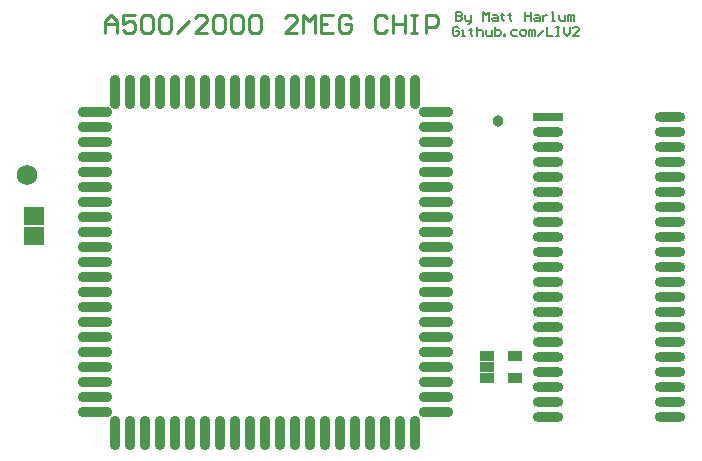
<source format=gts>
G04 Layer_Color=20142*
%FSLAX24Y24*%
%MOIN*%
G70*
G01*
G75*
%ADD18C,0.0100*%
%ADD32C,0.0060*%
%ADD33R,0.0651X0.0612*%
%ADD34O,0.0356X0.1143*%
%ADD35O,0.1143X0.0356*%
%ADD36O,0.1025X0.0316*%
%ADD37R,0.1025X0.0316*%
%ADD38R,0.0513X0.0336*%
%ADD39C,0.0680*%
%ADD40C,0.0380*%
D18*
X27500Y42400D02*
Y42800D01*
X27700Y43000D01*
X27900Y42800D01*
Y42400D01*
Y42700D01*
X27500D01*
X28500Y43000D02*
X28100D01*
Y42700D01*
X28300Y42800D01*
X28400D01*
X28500Y42700D01*
Y42500D01*
X28400Y42400D01*
X28200D01*
X28100Y42500D01*
X28700Y42900D02*
X28800Y43000D01*
X29000D01*
X29099Y42900D01*
Y42500D01*
X29000Y42400D01*
X28800D01*
X28700Y42500D01*
Y42900D01*
X29299D02*
X29399Y43000D01*
X29599D01*
X29699Y42900D01*
Y42500D01*
X29599Y42400D01*
X29399D01*
X29299Y42500D01*
Y42900D01*
X29899Y42400D02*
X30299Y42800D01*
X30899Y42400D02*
X30499D01*
X30899Y42800D01*
Y42900D01*
X30799Y43000D01*
X30599D01*
X30499Y42900D01*
X31099D02*
X31199Y43000D01*
X31399D01*
X31499Y42900D01*
Y42500D01*
X31399Y42400D01*
X31199D01*
X31099Y42500D01*
Y42900D01*
X31699D02*
X31799Y43000D01*
X31999D01*
X32099Y42900D01*
Y42500D01*
X31999Y42400D01*
X31799D01*
X31699Y42500D01*
Y42900D01*
X32298D02*
X32398Y43000D01*
X32598D01*
X32698Y42900D01*
Y42500D01*
X32598Y42400D01*
X32398D01*
X32298Y42500D01*
Y42900D01*
X33898Y42400D02*
X33498D01*
X33898Y42800D01*
Y42900D01*
X33798Y43000D01*
X33598D01*
X33498Y42900D01*
X34098Y42400D02*
Y43000D01*
X34298Y42800D01*
X34498Y43000D01*
Y42400D01*
X35098Y43000D02*
X34698D01*
Y42400D01*
X35098D01*
X34698Y42700D02*
X34898D01*
X35697Y42900D02*
X35597Y43000D01*
X35397D01*
X35297Y42900D01*
Y42500D01*
X35397Y42400D01*
X35597D01*
X35697Y42500D01*
Y42700D01*
X35497D01*
X36897Y42900D02*
X36797Y43000D01*
X36597D01*
X36497Y42900D01*
Y42500D01*
X36597Y42400D01*
X36797D01*
X36897Y42500D01*
X37097Y43000D02*
Y42400D01*
Y42700D01*
X37497D01*
Y43000D01*
Y42400D01*
X37697Y43000D02*
X37897D01*
X37797D01*
Y42400D01*
X37697D01*
X37897D01*
X38197D02*
Y43000D01*
X38496D01*
X38596Y42900D01*
Y42700D01*
X38496Y42600D01*
X38197D01*
D32*
X39300Y42550D02*
X39250Y42600D01*
X39150D01*
X39100Y42550D01*
Y42350D01*
X39150Y42300D01*
X39250D01*
X39300Y42350D01*
Y42450D01*
X39200D01*
X39400Y42300D02*
X39500D01*
X39450D01*
Y42500D01*
X39400D01*
X39700Y42550D02*
Y42500D01*
X39650D01*
X39750D01*
X39700D01*
Y42350D01*
X39750Y42300D01*
X39900Y42600D02*
Y42300D01*
Y42450D01*
X39950Y42500D01*
X40050D01*
X40100Y42450D01*
Y42300D01*
X40200Y42500D02*
Y42350D01*
X40250Y42300D01*
X40400D01*
Y42500D01*
X40500Y42600D02*
Y42300D01*
X40649D01*
X40699Y42350D01*
Y42400D01*
Y42450D01*
X40649Y42500D01*
X40500D01*
X40799Y42300D02*
Y42350D01*
X40849D01*
Y42300D01*
X40799D01*
X41249Y42500D02*
X41099D01*
X41049Y42450D01*
Y42350D01*
X41099Y42300D01*
X41249D01*
X41399D02*
X41499D01*
X41549Y42350D01*
Y42450D01*
X41499Y42500D01*
X41399D01*
X41349Y42450D01*
Y42350D01*
X41399Y42300D01*
X41649D02*
Y42500D01*
X41699D01*
X41749Y42450D01*
Y42300D01*
Y42450D01*
X41799Y42500D01*
X41849Y42450D01*
Y42300D01*
X41949D02*
X42149Y42500D01*
X42249Y42600D02*
Y42300D01*
X42449D01*
X42549Y42600D02*
X42649D01*
X42599D01*
Y42300D01*
X42549D01*
X42649D01*
X42799Y42600D02*
Y42400D01*
X42899Y42300D01*
X42999Y42400D01*
Y42600D01*
X43299Y42300D02*
X43099D01*
X43299Y42500D01*
Y42550D01*
X43249Y42600D01*
X43149D01*
X43099Y42550D01*
X39200Y43100D02*
Y42800D01*
X39350D01*
X39400Y42850D01*
Y42900D01*
X39350Y42950D01*
X39200D01*
X39350D01*
X39400Y43000D01*
Y43050D01*
X39350Y43100D01*
X39200D01*
X39500Y43000D02*
Y42850D01*
X39550Y42800D01*
X39700D01*
Y42750D01*
X39650Y42700D01*
X39600D01*
X39700Y42800D02*
Y43000D01*
X40100Y42800D02*
Y43100D01*
X40200Y43000D01*
X40300Y43100D01*
Y42800D01*
X40450Y43000D02*
X40550D01*
X40600Y42950D01*
Y42800D01*
X40450D01*
X40400Y42850D01*
X40450Y42900D01*
X40600D01*
X40750Y43050D02*
Y43000D01*
X40700D01*
X40799D01*
X40750D01*
Y42850D01*
X40799Y42800D01*
X40999Y43050D02*
Y43000D01*
X40949D01*
X41049D01*
X40999D01*
Y42850D01*
X41049Y42800D01*
X41499Y43100D02*
Y42800D01*
Y42950D01*
X41699D01*
Y43100D01*
Y42800D01*
X41849Y43000D02*
X41949D01*
X41999Y42950D01*
Y42800D01*
X41849D01*
X41799Y42850D01*
X41849Y42900D01*
X41999D01*
X42099Y43000D02*
Y42800D01*
Y42900D01*
X42149Y42950D01*
X42199Y43000D01*
X42249D01*
X42399Y42800D02*
X42499D01*
X42449D01*
Y43100D01*
X42399D01*
X42649Y43000D02*
Y42850D01*
X42699Y42800D01*
X42849D01*
Y43000D01*
X42949Y42800D02*
Y43000D01*
X42999D01*
X43049Y42950D01*
Y42800D01*
Y42950D01*
X43099Y43000D01*
X43149Y42950D01*
Y42800D01*
D33*
X25150Y35625D02*
D03*
Y36275D02*
D03*
D34*
X37850Y40439D02*
D03*
X37350D02*
D03*
X36850D02*
D03*
X36350D02*
D03*
X35850D02*
D03*
X35350D02*
D03*
X34850D02*
D03*
X34350D02*
D03*
X33850D02*
D03*
X33350D02*
D03*
X32850D02*
D03*
X32350D02*
D03*
X31850D02*
D03*
X31350D02*
D03*
X30850D02*
D03*
X30350D02*
D03*
X29850D02*
D03*
X29350D02*
D03*
X28850D02*
D03*
X28350D02*
D03*
X27850D02*
D03*
Y29061D02*
D03*
X28350D02*
D03*
X28850D02*
D03*
X29350D02*
D03*
X29850D02*
D03*
X30350D02*
D03*
X30850D02*
D03*
X31350D02*
D03*
X31850D02*
D03*
X32350D02*
D03*
X32850D02*
D03*
X33350D02*
D03*
X33850D02*
D03*
X34350D02*
D03*
X34850D02*
D03*
X35350D02*
D03*
X35850D02*
D03*
X36350D02*
D03*
X36850D02*
D03*
X37350D02*
D03*
X37850D02*
D03*
D35*
X27161Y39750D02*
D03*
Y39250D02*
D03*
Y38750D02*
D03*
Y38250D02*
D03*
Y37750D02*
D03*
Y37250D02*
D03*
Y36750D02*
D03*
Y36250D02*
D03*
Y35750D02*
D03*
Y35250D02*
D03*
Y34750D02*
D03*
Y34250D02*
D03*
Y33750D02*
D03*
Y33250D02*
D03*
Y32750D02*
D03*
Y32250D02*
D03*
Y31750D02*
D03*
Y31250D02*
D03*
Y30750D02*
D03*
Y30250D02*
D03*
Y29750D02*
D03*
X38539D02*
D03*
Y30250D02*
D03*
Y30750D02*
D03*
Y31250D02*
D03*
Y31750D02*
D03*
Y32250D02*
D03*
Y32750D02*
D03*
Y33250D02*
D03*
Y33750D02*
D03*
Y34250D02*
D03*
Y34750D02*
D03*
Y35250D02*
D03*
Y35750D02*
D03*
Y36250D02*
D03*
Y36750D02*
D03*
Y37250D02*
D03*
Y37750D02*
D03*
Y38250D02*
D03*
Y38750D02*
D03*
Y39250D02*
D03*
Y39750D02*
D03*
D36*
X46325Y29600D02*
D03*
Y30100D02*
D03*
Y30600D02*
D03*
Y31100D02*
D03*
Y31600D02*
D03*
Y32100D02*
D03*
Y32600D02*
D03*
Y33100D02*
D03*
Y33600D02*
D03*
Y34100D02*
D03*
Y34600D02*
D03*
Y35100D02*
D03*
Y35600D02*
D03*
Y36100D02*
D03*
Y36600D02*
D03*
Y37100D02*
D03*
Y37600D02*
D03*
Y38100D02*
D03*
Y38600D02*
D03*
Y39100D02*
D03*
Y39600D02*
D03*
X42275Y29600D02*
D03*
Y30100D02*
D03*
Y30600D02*
D03*
Y31100D02*
D03*
Y31600D02*
D03*
Y32100D02*
D03*
Y32600D02*
D03*
Y33100D02*
D03*
Y33600D02*
D03*
Y34100D02*
D03*
Y34600D02*
D03*
Y35100D02*
D03*
Y35600D02*
D03*
Y36100D02*
D03*
Y36600D02*
D03*
Y37100D02*
D03*
Y37600D02*
D03*
Y38100D02*
D03*
Y38600D02*
D03*
Y39100D02*
D03*
D37*
Y39600D02*
D03*
D38*
X40228Y31624D02*
D03*
Y31250D02*
D03*
Y30876D02*
D03*
X41172D02*
D03*
Y31624D02*
D03*
D39*
X24900Y37650D02*
D03*
D40*
X40600Y39450D02*
D03*
M02*

</source>
